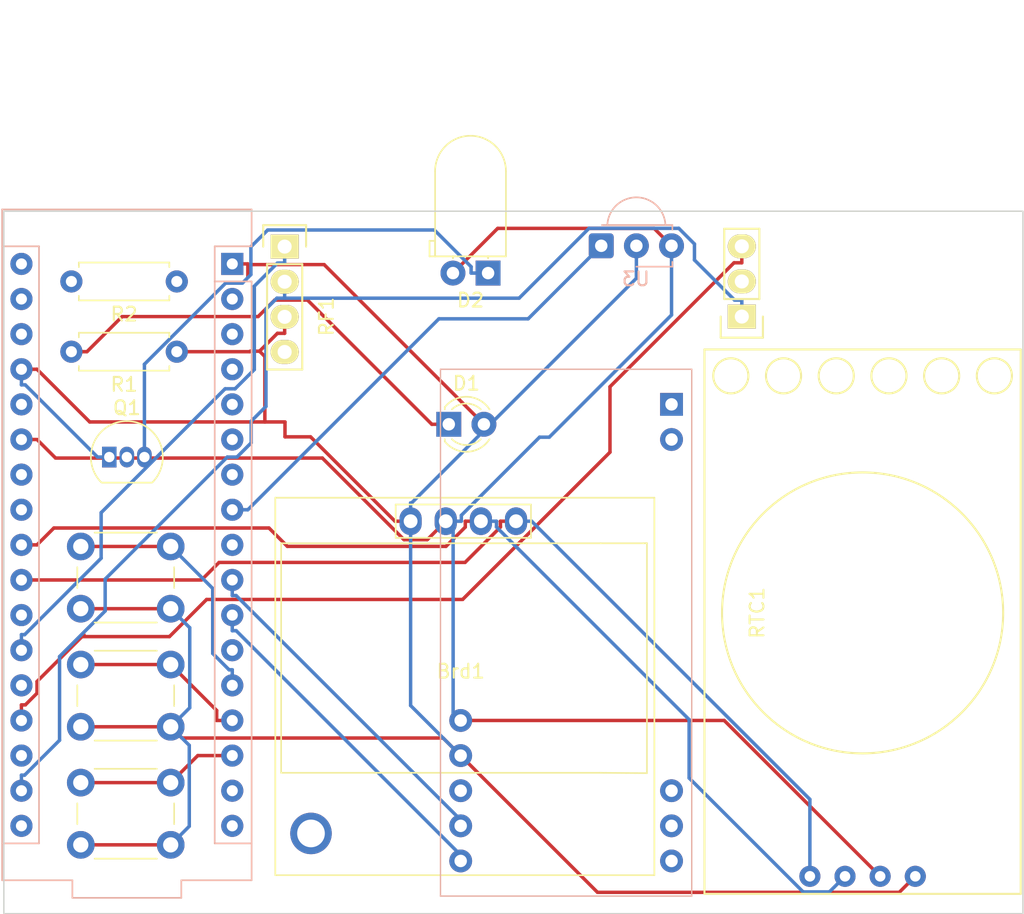
<source format=kicad_pcb>
(kicad_pcb (version 20211014) (generator pcbnew)
  (layers (0 "F.Cu" signal) (31 "B.Cu" signal) (34 "B.Paste" user) (35 "F.Paste" user) (36 "B.SilkS" user "B.Silkscreen") (37 "F.SilkS" user "F.Silkscreen") (38 "B.Mask" user) (39 "F.Mask" user) (44 "Edge.Cuts" user))
  (net 0 "")
  (net 1 "A4")
  (net 2 "A5")
  (net 3 "GND")
  (net 4 "+5V")
  (net 5 "Net-(D1-Pad1)")
  (net 6 "D16")
  (net 7 "Net-(D2-Pad1)")
  (net 8 "Net-(Q1-Pad2)")
  (net 9 "D15")
  (net 10 "A2")
  (net 11 "+3.3V")
  (net 13 "A0")
  (net 14 "D8")
  (net 15 "D9")
  (net 16 "D10")
  (net 27 "D3")
  (net 30 "D5")
  (net 31 "D6")
  (net 46 "Net-(R2-Pad1)")
  (footprint "LED_THT:LED_D3.0mm" (layer "F.Cu") (at 32.1594 15.4093)
    (fp_text reference "D1" (at 1.27 -2.96) (layer "F.SilkS"))
    (fp_text value "LED")
    (fp_line (start -0.29 -1.236) (end -0.29 -1.08) (layer "F.SilkS") (width 0.12))
    (fp_line (start -0.29 1.08) (end -0.29 1.236) (layer "F.SilkS") (width 0.12))
    (fp_arc (start 2.31113 1.079837) (mid 1.270117 1.5) (end 0.229039 1.08) (layer "F.SilkS") (width 0.12))
    (fp_arc (start 2.942335 1.078608) (mid 1.366487 1.987659) (end -0.29 1.235516) (layer "F.SilkS") (width 0.12))
    (fp_arc (start 0.229039 -1.08) (mid 1.270117 -1.5) (end 2.31113 -1.079837) (layer "F.SilkS") (width 0.12))
    (fp_arc (start -0.29 -1.235516) (mid 1.366487 -1.987659) (end 2.942335 -1.078608) (layer "F.SilkS") (width 0.12))
    (pad "1" thru_hole rect (at 0 0) (size 1.8 1.8) (drill 0.9) (layers *.Cu *.Mask) (net 5 "Net-(D1-Pad1)"))
    (pad "2" thru_hole circle (at 2.54 0) (size 1.8 1.8) (drill 0.9) (layers *.Cu *.Mask) (net 6 "D16"))
  )
  (footprint "LED_THT:LED_D5.0mm_Horizontal_O1.27mm_Z3.0mm" (layer "F.Cu") (at 35 4.475 180)
    (fp_text reference "D2" (at 1.27 -1.96) (layer "F.SilkS"))
    (fp_text value "IR_TRANSMITTER_LED")
    (fp_line (start -1.29 1.21) (end 3.83 1.21) (layer "F.SilkS") (width 0.12))
    (fp_line (start 0 1.21) (end 0 1.21) (layer "F.SilkS") (width 0.12))
    (fp_line (start 0 1.08) (end 0 1.21) (layer "F.SilkS") (width 0.12))
    (fp_line (start 3.83 2.33) (end 3.83 1.21) (layer "F.SilkS") (width 0.12))
    (fp_line (start -1.29 1.21) (end -1.29 7.37) (layer "F.SilkS") (width 0.12))
    (fp_line (start 3.83 1.21) (end 3.83 7.37) (layer "F.SilkS") (width 0.12))
    (fp_line (start 2.54 1.08) (end 2.54 1.21) (layer "F.SilkS") (width 0.12))
    (fp_line (start 2.54 1.08) (end 2.54 1.08) (layer "F.SilkS") (width 0.12))
    (fp_line (start 0 1.08) (end 0 1.08) (layer "F.SilkS") (width 0.12))
    (fp_line (start 4.23 1.21) (end 4.23 2.33) (layer "F.SilkS") (width 0.12))
    (fp_line (start 3.83 1.21) (end 4.23 1.21) (layer "F.SilkS") (width 0.12))
    (fp_line (start 2.54 1.21) (end 2.54 1.21) (layer "F.SilkS") (width 0.12))
    (fp_line (start 0 1.21) (end 0 1.08) (layer "F.SilkS") (width 0.12))
    (fp_line (start 2.54 1.21) (end 2.54 1.08) (layer "F.SilkS") (width 0.12))
    (fp_line (start 4.23 2.33) (end 3.83 2.33) (layer "F.SilkS") (width 0.12))
    (fp_arc (start 3.83 7.37) (mid 1.27 9.93) (end -1.29 7.37) (layer "F.SilkS") (width 0.12))
    (pad "1" thru_hole rect (at 0 0 180) (size 1.8 1.8) (drill 0.9) (layers *.Cu *.Mask) (net 7 "Net-(D2-Pad1)"))
    (pad "2" thru_hole circle (at 2.54 0 180) (size 1.8 1.8) (drill 0.9) (layers *.Cu *.Mask) (net 4 "+5V"))
  )
  (footprint "Resistor_THT:R_Axial_DIN0207_L6.3mm_D2.5mm_P7.62mm_Horizontal" (layer "F.Cu") (at 12.5 5.08 180)
    (fp_text reference "R2" (at 3.81 -2.37) (layer "F.SilkS"))
    (fp_text value "470")
    (fp_line (start 0.54 1.37) (end 7.08 1.37) (layer "F.SilkS") (width 0.12))
    (fp_line (start 7.08 -1.37) (end 7.08 -1.04) (layer "F.SilkS") (width 0.12))
    (fp_line (start 0.54 -1.04) (end 0.54 -1.37) (layer "F.SilkS") (width 0.12))
    (fp_line (start 7.08 1.37) (end 7.08 1.04) (layer "F.SilkS") (width 0.12))
    (fp_line (start 0.54 1.04) (end 0.54 1.37) (layer "F.SilkS") (width 0.12))
    (fp_line (start 0.54 -1.37) (end 7.08 -1.37) (layer "F.SilkS") (width 0.12))
    (pad "1" thru_hole circle (at 0 0 180) (size 1.6 1.6) (drill 0.8) (layers *.Cu *.Mask) (net 46 "Net-(R2-Pad1)"))
    (pad "2" thru_hole oval (at 7.62 0 180) (size 1.6 1.6) (drill 0.8) (layers *.Cu *.Mask) (net 9 "D15"))
  )
  (footprint "Sensors:RF_Transmitter_433_MHz" (layer "F.Cu") (at 53.34 5.08 90)
    (fp_text reference "RF2" hide)
    (fp_text value "RF_Receiver_433_MHz" hide)
    (fp_line (start 3.81 -1.27) (end 3.81 1.27) (layer "F.SilkS") (width 0.15))
    (fp_line (start -1.27 1.27) (end -1.27 -1.27) (layer "F.SilkS") (width 0.15))
    (fp_line (start -4.064 -1.524) (end -4.064 1.524) (layer "F.SilkS") (width 0.15))
    (fp_line (start -4.064 1.524) (end -2.54 1.524) (layer "F.SilkS") (width 0.15))
    (fp_line (start 3.81 1.27) (end -1.27 1.27) (layer "F.SilkS") (width 0.15))
    (fp_line (start -2.54 -1.524) (end -4.064 -1.524) (layer "F.SilkS") (width 0.15))
    (fp_line (start -1.27 -1.27) (end 3.81 -1.27) (layer "F.SilkS") (width 0.15))
    (pad "1" thru_hole rect locked (at -2.54 0 180) (size 2.032 1.7272) (drill 1.016) (layers *.Cu *.Mask "F.SilkS") (net 11 "+3.3V"))
    (pad "2" thru_hole oval locked (at 0 0 180) (size 2.032 1.7272) (drill 1.016) (layers *.Cu *.Mask "F.SilkS"))
    (pad "3" thru_hole oval locked (at 2.54 0 180) (size 2.032 1.7272) (drill 1.016) (layers *.Cu *.Mask "F.SilkS") (net 13 "A0"))
  )
  (footprint "Resistor_THT:R_Axial_DIN0207_L6.3mm_D2.5mm_P7.62mm_Horizontal" (layer "F.Cu") (at 12.5 10.16 180)
    (fp_text reference "R1" (at 3.81 -2.37) (layer "F.SilkS"))
    (fp_text value "220")
    (fp_line (start 0.54 -1.37) (end 7.08 -1.37) (layer "F.SilkS") (width 0.12))
    (fp_line (start 0.54 -1.04) (end 0.54 -1.37) (layer "F.SilkS") (width 0.12))
    (fp_line (start 7.08 1.37) (end 7.08 1.04) (layer "F.SilkS") (width 0.12))
    (fp_line (start 7.08 -1.37) (end 7.08 -1.04) (layer "F.SilkS") (width 0.12))
    (fp_line (start 0.54 1.37) (end 7.08 1.37) (layer "F.SilkS") (width 0.12))
    (fp_line (start 0.54 1.04) (end 0.54 1.37) (layer "F.SilkS") (width 0.12))
    (pad "1" thru_hole circle (at 0 0 180) (size 1.6 1.6) (drill 0.8) (layers *.Cu *.Mask) (net 3 "GND"))
    (pad "2" thru_hole oval (at 7.62 0 180) (size 1.6 1.6) (drill 0.8) (layers *.Cu *.Mask) (net 5 "Net-(D1-Pad1)"))
  )
  (footprint "Button_Switch_THT:SW_PUSH_6mm" (layer "F.Cu") (at 5.559 24.2466)
    (fp_text reference "SW1" hide)
    (fp_text value "UP_BUTTON" hide)
    (fp_line (start -0.25 1.5) (end -0.25 3) (layer "F.SilkS") (width 0.12))
    (fp_line (start 5.5 -1) (end 1 -1) (layer "F.SilkS") (width 0.12))
    (fp_line (start 1 5.5) (end 5.5 5.5) (layer "F.SilkS") (width 0.12))
    (fp_line (start 6.75 3) (end 6.75 1.5) (layer "F.SilkS") (width 0.12))
    (pad "1" thru_hole circle (at 6.5 0 90) (size 2 2) (drill 1.1) (layers *.Cu *.Mask) (net 14 "D8"))
    (pad "1" thru_hole circle (at 0 0 90) (size 2 2) (drill 1.1) (layers *.Cu *.Mask) (net 14 "D8"))
    (pad "2" thru_hole circle (at 0 4.5 90) (size 2 2) (drill 1.1) (layers *.Cu *.Mask) (net 3 "GND"))
    (pad "2" thru_hole circle (at 6.5 4.5 90) (size 2 2) (drill 1.1) (layers *.Cu *.Mask) (net 3 "GND"))
  )
  (footprint "Button_Switch_THT:SW_PUSH_6mm" (layer "F.Cu") (at 5.559 41.3246)
    (fp_text reference "SW3" hide)
    (fp_text value "DOWN_BUTTON" hide)
    (fp_line (start -0.25 1.5) (end -0.25 3) (layer "F.SilkS") (width 0.12))
    (fp_line (start 6.75 3) (end 6.75 1.5) (layer "F.SilkS") (width 0.12))
    (fp_line (start 1 5.5) (end 5.5 5.5) (layer "F.SilkS") (width 0.12))
    (fp_line (start 5.5 -1) (end 1 -1) (layer "F.SilkS") (width 0.12))
    (pad "1" thru_hole circle (at 6.5 0 90) (size 2 2) (drill 1.1) (layers *.Cu *.Mask) (net 16 "D10"))
    (pad "1" thru_hole circle (at 0 0 90) (size 2 2) (drill 1.1) (layers *.Cu *.Mask) (net 16 "D10"))
    (pad "2" thru_hole circle (at 0 4.5 90) (size 2 2) (drill 1.1) (layers *.Cu *.Mask) (net 3 "GND"))
    (pad "2" thru_hole circle (at 6.5 4.5 90) (size 2 2) (drill 1.1) (layers *.Cu *.Mask) (net 3 "GND"))
  )
  (footprint "Sensors:RF_Receiver_433_MHz" (layer "F.Cu") (at 20.32 7.62 -90)
    (fp_text reference "RF1" (at 0 -3 90) (layer "F.SilkS"))
    (fp_text value "RF_Transmitter_433_MHz")
    (fp_line (start 3.829293 1.294229) (end 3.829293 -1.245771) (layer "F.SilkS") (width 0.15))
    (fp_line (start -3.790707 -1.245771) (end -3.790707 1.294229) (layer "F.SilkS") (width 0.15))
    (fp_line (start -3.790707 1.294229) (end 3.829293 1.294229) (layer "F.SilkS") (width 0.15))
    (fp_line (start -6.610707 -1.525771) (end -5.060707 -1.525771) (layer "F.SilkS") (width 0.15))
    (fp_line (start -5.060707 1.574229) (end -6.610707 1.574229) (layer "F.SilkS") (width 0.15))
    (fp_line (start -6.610707 1.574229) (end -6.610707 -1.525771) (layer "F.SilkS") (width 0.15))
    (fp_line (start -3.790707 -1.245771) (end 3.829293 -1.245771) (layer "F.SilkS") (width 0.15))
    (pad "1" thru_hole rect locked (at -5.060707 0.024229) (size 2.032 1.7272) (drill 1.016) (layers *.Cu *.Mask "F.SilkS") (net 10 "A2"))
    (pad "2" thru_hole oval locked (at -2.520707 0.024229) (size 2.032 1.7272) (drill 1.016) (layers *.Cu *.Mask "F.SilkS") (net 11 "+3.3V"))
    (pad "3" thru_hole oval locked (at 0.019293 0.024229) (size 2.032 1.7272) (drill 1.016) (layers *.Cu *.Mask "F.SilkS") (net 3 "GND"))
    (pad "4" thru_hole oval locked (at 2.559293 0.024229) (size 2.032 1.7272) (drill 1.016) (layers *.Cu *.Mask "F.SilkS"))
  )
  (footprint "Package_TO_SOT_THT:TO-92_Inline" (layer "F.Cu") (at 7.62 17.78)
    (fp_text reference "Q1" (at 1.27 -3.56) (layer "F.SilkS"))
    (fp_text value "BC547")
    (fp_line (start -0.53 1.85) (end 3.07 1.85) (layer "F.SilkS") (width 0.12))
    (fp_arc (start -0.568478 1.838478) (mid -1.132087 -0.994977) (end 1.27 -2.6) (layer "F.SilkS") (width 0.12))
    (fp_arc (start 1.27 -2.6) (mid 3.672087 -0.994977) (end 3.108478 1.838478) (layer "F.SilkS") (width 0.12))
    (pad "1" thru_hole rect (at 0 0) (size 1.05 1.5) (drill 0.75) (layers *.Cu *.Mask) (net 3 "GND"))
    (pad "2" thru_hole oval (at 1.27 0) (size 1.05 1.5) (drill 0.75) (layers *.Cu *.Mask) (net 8 "Net-(Q1-Pad2)"))
    (pad "3" thru_hole oval (at 2.54 0) (size 1.05 1.5) (drill 0.75) (layers *.Cu *.Mask) (net 7 "Net-(D2-Pad1)"))
  )
  (footprint "SSD1306:128x64OLED" (layer "F.Cu") (at 33.02 33.02)
    (fp_text reference "Brd1" (at 0 0.254) (layer "F.SilkS"))
    (fp_text value "SSD1306")
    (fp_line (start -12.978 -9.005) (end 10.122 -9.005) (layer "F.SilkS") (width 0.12))
    (fp_line (start 14 15) (end -13.4 15) (layer "F.SilkS") (width 0.12))
    (fp_line (start 10.122 7.595) (end 13.462 7.62) (layer "F.SilkS") (width 0.12))
    (fp_line (start -4.699 -11.811) (end -4.699 -9.398) (layer "F.SilkS") (width 0.12))
    (fp_line (start 13.462 7.62) (end 13.462 -9.017) (layer "F.SilkS") (width 0.12))
    (fp_line (start 13.462 -9.017) (end 13.208 -9.005) (layer "F.SilkS") (width 0.12))
    (fp_line (start -13.4 15) (end -13.4 -12.3) (layer "F.SilkS") (width 0.12))
    (fp_line (start -4.699 -11.811) (end 5.08 -11.811) (layer "F.SilkS") (width 0.12))
    (fp_line (start -13.4 -12.3) (end 14 -12.3) (layer "F.SilkS") (width 0.12))
    (fp_line (start 5.08 -11.811) (end 5.08 -9.398) (layer "F.SilkS") (width 0.12))
    (fp_line (start 5.08 -9.398) (end -4.699 -9.398) (layer "F.SilkS") (width 0.12))
    (fp_line (start 10.122 7.595) (end -12.978 7.595) (layer "F.SilkS") (width 0.12))
    (fp_line (start -12.978 7.595) (end -12.978 -9.005) (layer "F.SilkS") (width 0.12))
    (fp_line (start 10.122 -9.005) (end 13.208 -9.005) (layer "F.SilkS") (width 0.12))
    (fp_line (start 14 -12.3) (end 14 15) (layer "F.SilkS") (width 0.12))
    (pad "1" thru_hole oval locked (at -3.62 -10.6 90) (size 2 1.6) (drill 1) (layers *.Cu *.Mask) (net 3 "GND"))
    (pad "2" thru_hole oval locked (at -1.08 -10.6 90) (size 2 1.6) (drill 1) (layers *.Cu *.Mask) (net 4 "+5V"))
    (pad "3" thru_hole oval locked (at 1.46 -10.6 90) (size 2 1.6) (drill 1) (layers *.Cu *.Mask) (net 2 "A5"))
    (pad "4" thru_hole oval locked (at 4 -10.6 90) (size 2 1.6) (drill 1) (layers *.Cu *.Mask) (net 1 "A4"))
  )
  (footprint "Button_Switch_THT:SW_PUSH_6mm" (layer "F.Cu") (at 5.559 32.7856)
    (fp_text reference "SW2" hide)
    (fp_text value "SELECT_BUTTON" hide)
    (fp_line (start 6.75 3) (end 6.75 1.5) (layer "F.SilkS") (width 0.12))
    (fp_line (start 5.5 -1) (end 1 -1) (layer "F.SilkS") (width 0.12))
    (fp_line (start -0.25 1.5) (end -0.25 3) (layer "F.SilkS") (width 0.12))
    (fp_line (start 1 5.5) (end 5.5 5.5) (layer "F.SilkS") (width 0.12))
    (pad "1" thru_hole circle (at 0 0 90) (size 2 2) (drill 1.1) (layers *.Cu *.Mask) (net 15 "D9"))
    (pad "1" thru_hole circle (at 6.5 0 90) (size 2 2) (drill 1.1) (layers *.Cu *.Mask) (net 15 "D9"))
    (pad "2" thru_hole circle (at 6.5 4.5 90) (size 2 2) (drill 1.1) (layers *.Cu *.Mask) (net 3 "GND"))
    (pad "2" thru_hole circle (at 0 4.5 90) (size 2 2) (drill 1.1) (layers *.Cu *.Mask) (net 3 "GND"))
  )
  (footprint "megasaturnv_custom_components:RTC_DS3231" (layer "F.Cu") (at 73.5 10 -90)
    (fp_text reference "RTC1" (at 19.05 19.05 90) (layer "F.SilkS"))
    (fp_text value "RTC_DS3231")
    (fp_line (start 0 0) (end 39.37 0) (layer "F.SilkS") (width 0.15))
    (fp_line (start 39.37 0) (end 39.37 22.86) (layer "F.SilkS") (width 0.15))
    (fp_line (start 0 22.86) (end 39.37 22.86) (layer "F.SilkS") (width 0.15))
    (fp_line (start 0 0) (end 0 22.86) (layer "F.SilkS") (width 0.15))
    (fp_circle (center 1.905 17.145) (end 1.905 15.875) (layer "F.SilkS") (width 0.15) (fill none))
    (fp_circle (center 19.05 11.43) (end 19.05 21.59) (layer "F.SilkS") (width 0.15) (fill none))
    (fp_circle (center 1.905 1.905) (end 1.905 0.635) (layer "F.SilkS") (width 0.15) (fill none))
    (fp_circle (center 1.905 20.955) (end 1.905 19.685) (layer "F.SilkS") (width 0.15) (fill none))
    (fp_circle (center 1.905 5.715) (end 1.905 4.445) (layer "F.SilkS") (width 0.15) (fill none))
    (fp_circle (center 1.905 9.525) (end 1.905 8.255) (layer "F.SilkS") (width 0.15) (fill none))
    (fp_circle (center 1.905 13.335) (end 1.905 12.065) (layer "F.SilkS") (width 0.15) (fill none))
    (pad "1" thru_hole circle locked (at 38.1 7.62 270) (size 1.524 1.524) (drill 0.762) (layers *.Cu *.Mask) (net 3 "GND"))
    (pad "2" thru_hole circle locked (at 38.1 10.16 270) (size 1.524 1.524) (drill 0.762) (layers *.Cu *.Mask) (net 4 "+5V"))
    (pad "3" thru_hole circle locked (at 38.1 12.7 270) (size 1.524 1.524) (drill 0.762) (layers *.Cu *.Mask) (net 2 "A5"))
    (pad "4" thru_hole circle locked (at 38.1 15.24 270) (size 1.524 1.524) (drill 0.762) (layers *.Cu *.Mask) (net 1 "A4"))
  )
  (footprint "OptoDevice:Vishay_MINICAST-3Pin" (layer "B.Cu") (at 43.18 2.5)
    (fp_text reference "U3" (at 2.5 2.4) (layer "B.SilkS") (effects (justify mirror)))
    (fp_text value "VS1838B" hide)
    (fp_line (start 5.14 -1.16) (end 5.14 -1.5) (layer "B.SilkS") (width 0.12))
    (fp_line (start 5.14 -1.5) (end 0.05 -1.5) (layer "B.SilkS") (width 0.12))
    (fp_line (start 5.14 1.16) (end 5.14 1.51) (layer "B.SilkS") (width 0.12))
    (fp_line (start 5.14 1.51) (end 2.54 1.51) (layer "B.SilkS") (width 0.12))
    (fp_arc (start 0.440083 -1.501736) (mid 2.540869 -3.50238) (end 4.64 -1.5) (layer "B.SilkS") (width 0.12))
    (pad "1" thru_hole roundrect (at 0 0) (size 1.8 1.8) (drill 0.9) (layers *.Cu *.Mask) (roundrect_rratio 0.139) (net 27 "D3"))
    (pad "2" thru_hole circle (at 2.54 0) (size 1.8 1.8) (drill 0.9) (layers *.Cu *.Mask) (net 3 "GND"))
    (pad "3" thru_hole circle (at 5.08 0) (size 1.8 1.8) (drill 0.9) (layers *.Cu *.Mask) (net 4 "+5V"))
  )
  (footprint "Arduino:Arduino_Micro" (layer "B.Cu") (at 16.51 3.81 180)
    (fp_text reference "U1" hide)
    (fp_text value "Arduino_Micro")
    (fp_line (start 11.557 -44.577) (end 16.637 -44.577) (layer "B.SilkS") (width 0.12))
    (fp_line (start 11.557 -44.577) (end 11.557 -45.847) (layer "B.SilkS") (width 0.12))
    (fp_line (start 13.97 -41.91) (end 16.637 -41.91) (layer "B.SilkS") (width 0.12))
    (fp_line (start 1.27 -1.27) (end 1.27 1.27) (layer "B.SilkS") (width 0.12))
    (fp_line (start -1.397 -1.27) (end -1.397 -44.577) (layer "B.SilkS") (width 0.12))
    (fp_line (start 3.683 -45.847) (end 11.557 -45.847) (layer "B.SilkS") (width 0.12))
    (fp_line (start 16.637 3.937) (end -1.397 3.937) (layer "B.SilkS") (width 0.12))
    (fp_line (start 1.27 1.27) (end -1.397 1.27) (layer "B.SilkS") (width 0.12))
    (fp_line (start -1.397 -44.577) (end 3.683 -44.577) (layer "B.SilkS") (width 0.12))
    (fp_line (start 16.637 -44.577) (end 16.637 3.937) (layer "B.SilkS") (width 0.12))
    (fp_line (start 3.683 -44.577) (end 3.683 -45.847) (layer "B.SilkS") (width 0.12))
    (fp_line (start 13.97 1.27) (end 16.637 1.27) (layer "B.SilkS") (width 0.12))
    (fp_line (start 1.27 -1.27) (end -1.397 -1.27) (layer "B.SilkS") (width 0.12))
    (fp_line (start 1.27 -1.27) (end 1.27 -41.91) (layer "B.SilkS") (width 0.12))
    (fp_line (start -1.397 3.937) (end -1.397 1.27) (layer "B.SilkS") (width 0.12))
    (fp_line (start 13.97 1.27) (end 13.97 -41.91) (layer "B.SilkS") (width 0.12))
    (fp_line (start 1.27 -41.91) (end -1.397 -41.91) (layer "B.SilkS") (width 0.12))
    (pad "1" thru_hole rect locked (at 0 0 180) (size 1.6 1.6) (drill 0.8) (layers *.Cu *.Mask) (net 6 "D16"))
    (pad "2" thru_hole oval locked (at 0 -2.54 180) (size 1.6 1.6) (drill 0.8) (layers *.Cu *.Mask))
    (pad "3" thru_hole oval locked (at 0 -5.08 180) (size 1.6 1.6) (drill 0.8) (layers *.Cu *.Mask))
    (pad "4" thru_hole oval locked (at 0 -7.62 180) (size 1.6 1.6) (drill 0.8) (layers *.Cu *.Mask))
    (pad "5" thru_hole oval locked (at 0 -10.16 180) (size 1.6 1.6) (drill 0.8) (layers *.Cu *.Mask))
    (pad "6" thru_hole oval locked (at 0 -12.7 180) (size 1.6 1.6) (drill 0.8) (layers *.Cu *.Mask))
    (pad "7" thru_hole oval locked (at 0 -15.24 180) (size 1.6 1.6) (drill 0.8) (layers *.Cu *.Mask))
    (pad "8" thru_hole oval locked (at 0 -17.78 180) (size 1.6 1.6) (drill 0.8) (layers *.Cu *.Mask) (net 27 "D3"))
    (pad "9" thru_hole oval locked (at 0 -20.32 180) (size 1.6 1.6) (drill 0.8) (layers *.Cu *.Mask))
    (pad "10" thru_hole oval locked (at 0 -22.86 180) (size 1.6 1.6) (drill 0.8) (layers *.Cu *.Mask) (net 30 "D5"))
    (pad "11" thru_hole oval locked (at 0 -25.4 180) (size 1.6 1.6) (drill 0.8) (layers *.Cu *.Mask) (net 31 "D6"))
    (pad "12" thru_hole oval locked (at 0 -27.94 180) (size 1.6 1.6) (drill 0.8) (layers *.Cu *.Mask))
    (pad "13" thru_hole oval locked (at 0 -30.48 180) (size 1.6 1.6) (drill 0.8) (layers *.Cu *.Mask) (net 14 "D8"))
    (pad "14" thru_hole oval locked (at 0 -33.02 180) (size 1.6 1.6) (drill 0.8) (layers *.Cu *.Mask) (net 15 "D9"))
    (pad "15" thru_hole oval locked (at 0 -35.56 180) (size 1.6 1.6) (drill 0.8) (layers *.Cu *.Mask) (net 16 "D10"))
    (pad "16" thru_hole oval locked (at 0 -38.1 180) (size 1.6 1.6) (drill 0.8) (layers *.Cu *.Mask))
    (pad "17" thru_hole oval locked (at 0 -40.64 180) (size 1.6 1.6) (drill 0.8) (layers *.Cu *.Mask))
    (pad "18" thru_hole oval locked (at 15.24 -40.64 180) (size 1.6 1.6) (drill 0.8) (layers *.Cu *.Mask))
    (pad "19" thru_hole oval locked (at 15.24 -38.1 180) (size 1.6 1.6) (drill 0.8) (layers *.Cu *.Mask) (net 11 "+3.3V"))
    (pad "20" thru_hole oval locked (at 15.24 -35.56 180) (size 1.6 1.6) (drill 0.8) (layers *.Cu *.Mask))
    (pad "21" thru_hole oval locked (at 15.24 -33.02 180) (size 1.6 1.6) (drill 0.8) (layers *.Cu *.Mask) (net 13 "A0"))
    (pad "22" thru_hole oval locked (at 15.24 -30.48 180) (size 1.6 1.6) (drill 0.8) (layers *.Cu *.Mask))
    (pad "23" thru_hole oval locked (at 15.24 -27.94 180) (size 1.6 1.6) (drill 0.8) (layers *.Cu *.Mask) (net 10 "A2"))
    (pad "24" thru_hole oval locked (at 15.24 -25.4 180) (size 1.6 1.6) (drill 0.8) (layers *.Cu *.Mask))
    (pad "25" thru_hole oval locked (at 15.24 -22.86 180) (size 1.6 1.6) (drill 0.8) (layers *.Cu *.Mask) (net 1 "A4"))
    (pad "26" thru_hole oval locked (at 15.24 -20.32 180) (size 1.6 1.6) (drill 0.8) (layers *.Cu *.Mask) (net 2 "A5"))
    (pad "27" thru_hole oval locked (at 15.24 -17.78 180) (size 1.6 1.6) (drill 0.8) (layers *.Cu *.Mask))
    (pad "28" thru_hole oval locked (at 15.24 -15.24 180) (size 1.6 1.6) (drill 0.8) (layers *.Cu *.Mask))
    (pad "29" thru_hole oval locked (at 15.24 -12.7 180) (size 1.6 1.6) (drill 0.8) (layers *.Cu *.Mask) (net 4 "+5V"))
    (pad "30" thru_hole oval locked (at 15.24 -10.16 180) (size 1.6 1.6) (drill 0.8) (layers *.Cu *.Mask))
    (pad "31" thru_hole oval locked (at 15.24 -7.62 180) (size 1.6 1.6) (drill 0.8) (layers *.Cu *.Mask) (net 3 "GND"))
    (pad "32" thru_hole oval locked (at 15.24 -5.08 180) (size 1.6 1.6) (drill 0.8) (layers *.Cu *.Mask))
    (pad "33" thru_hole oval locked (at 15.24 -2.54 180) (size 1.6 1.6) (drill 0.8) (layers *.Cu *.Mask))
    (pad "34" thru_hole oval locked (at 15.24 0 180) (size 1.6 1.6) (drill 0.8) (layers *.Cu *.Mask))
  )
  (footprint "gtrzps:RDM6300_B38.5x18.2mm" (layer "B.Cu") (at 48.26 13.97 -90)
    (fp_text reference "U2" hide)
    (fp_text value "RDM6300")
    (fp_line (start -2.54 -1.4605) (end 35.56 -1.4605) (layer "B.SilkS") (width 0.1))
    (fp_line (start 35.56 16.7005) (end -2.54 16.7005) (layer "B.SilkS") (width 0.1))
    (fp_line (start 35.56 -1.4605) (end 35.56 16.7005) (layer "B.SilkS") (width 0.1))
    (fp_line (start -2.54 16.7005) (end -2.54 -1.4605) (layer "B.SilkS") (width 0.1))
    (pad "1" thru_hole rect locked (at 0 0 270) (size 1.65 1.65) (drill 0.9) (layers *.Cu *.Mask))
    (pad "2" thru_hole circle locked (at 2.54 0 270) (size 1.65 1.65) (drill 0.9) (layers *.Cu *.Mask))
    (pad "3" thru_hole circle locked (at 27.94 0 270) (size 1.65 1.65) (drill 0.9) (layers *.Cu *.Mask))
    (pad "4" thru_hole circle locked (at 30.48 0 270) (size 1.65 1.65) (drill 0.9) (layers *.Cu *.Mask))
    (pad "5" thru_hole circle locked (at 33.02 0 270) (size 1.65 1.65) (drill 0.9) (layers *.Cu *.Mask))
    (pad "6" thru_hole circle locked (at 33.02 15.24 270) (size 1.65 1.65) (drill 0.9) (layers *.Cu *.Mask) (net 31 "D6"))
    (pad "7" thru_hole circle locked (at 30.48 15.24 270) (size 1.65 1.65) (drill 0.9) (layers *.Cu *.Mask) (net 30 "D5"))
    (pad "8" thru_hole circle locked (at 27.94 15.24 270) (size 1.65 1.65) (drill 0.9) (layers *.Cu *.Mask))
    (pad "9" thru_hole circle locked (at 25.4 15.24 270) (size 1.65 1.65) (drill 0.9) (layers *.Cu *.Mask) (net 3 "GND"))
    (pad "10" thru_hole circle locked (at 22.86 15.24 270) (size 1.65 1.65) (drill 0.9) (layers *.Cu *.Mask) (net 4 "+5V"))
  )
  (gr_rect (start 0 0) (end 73.66 50.8) (layer "Edge.Cuts") (width 0.1) (fill none))
  (via (at 22.2 45) (size 3) (drill 2) (layers "F.Cu" "B.Cu") (net 0))
  (segment (start 35.8931 22.42) (end 35.8931 22.8426) (width 0.25) (layer "F.Cu") (net 1))
  (segment (start 37.02 22.42) (end 35.8931 22.42) (width 0.25) (layer "F.Cu") (net 1))
  (segment (start 35.8931 22.8426) (end 33.3357 25.4) (width 0.25) (layer "F.Cu") (net 1))
  (segment (start 14.2866 26.67) (end 1.27 26.67) (width 0.25) (layer "F.Cu") (net 1))
  (segment (start 15.5566 25.4) (end 14.2866 26.67) (width 0.25) (layer "F.Cu") (net 1))
  (segment (start 33.3357 25.4) (end 15.5566 25.4) (width 0.25) (layer "F.Cu") (net 1))
  (segment (start 38.1469 22.42) (end 58.26 42.5331) (width 0.25) (layer "B.Cu") (net 1))
  (segment (start 37.02 22.42) (end 38.1469 22.42) (width 0.25) (layer "B.Cu") (net 1))
  (segment (start 58.26 42.5331) (end 58.26 48.1) (width 0.25) (layer "B.Cu") (net 1))
  (segment (start 3.6167 22.9102) (end 2.3969 24.13) (width 0.25) (layer "F.Cu") (net 2))
  (segment (start 34.48 22.42) (end 33.3531 22.42) (width 0.25) (layer "F.Cu") (net 2))
  (segment (start 19.1629 22.9102) (end 3.6167 22.9102) (width 0.25) (layer "F.Cu") (net 2))
  (segment (start 33.3531 22.42) (end 33.3531 22.8426) (width 0.25) (layer "F.Cu") (net 2))
  (segment (start 2.3969 24.13) (end 1.27 24.13) (width 0.25) (layer "F.Cu") (net 2))
  (segment (start 33.3531 22.8426) (end 31.9578 24.2379) (width 0.25) (layer "F.Cu") (net 2))
  (segment (start 20.4906 24.2379) (end 19.1629 22.9102) (width 0.25) (layer "F.Cu") (net 2))
  (segment (start 31.9578 24.2379) (end 20.4906 24.2379) (width 0.25) (layer "F.Cu") (net 2))
  (segment (start 49.5308 36.7665) (end 35.6069 22.8426) (width 0.25) (layer "B.Cu") (net 2))
  (segment (start 60.8 48.1) (end 59.6712 49.2288) (width 0.25) (layer "B.Cu") (net 2))
  (segment (start 35.6069 22.42) (end 34.48 22.42) (width 0.25) (layer "B.Cu") (net 2))
  (segment (start 49.5308 40.9898) (end 49.5308 36.7665) (width 0.25) (layer "B.Cu") (net 2))
  (segment (start 59.6712 49.2288) (end 57.7698 49.2288) (width 0.25) (layer "B.Cu") (net 2))
  (segment (start 57.7698 49.2288) (end 49.5308 40.9898) (width 0.25) (layer "B.Cu") (net 2))
  (segment (start 35.6069 22.8426) (end 35.6069 22.42) (width 0.25) (layer "B.Cu") (net 2))
  (segment (start 18.4799 10.1249) (end 17.8102 10.1249) (width 0.25) (layer "F.Cu") (net 3))
  (segment (start 5.559 37.2856) (end 12.059 37.2856) (width 0.25) (layer "F.Cu") (net 3))
  (segment (start 17.7751 10.16) (end 12.5 10.16) (width 0.25) (layer "F.Cu") (net 3))
  (segment (start 28.2731 22.42) (end 29.4 22.42) (width 0.25) (layer "F.Cu") (net 3))
  (segment (start 12.059 28.7466) (end 5.559 28.7466) (width 0.25) (layer "F.Cu") (net 3))
  (segment (start 19.775 8.8298) (end 20.2958 8.8298) (width 0.25) (layer "F.Cu") (net 3))
  (segment (start 18.8651 10.5102) (end 18.4799 10.1249) (width 0.25) (layer "F.Cu") (net 3))
  (segment (start 18.8651 15.24) (end 18.8651 10.5102) (width 0.25) (layer "F.Cu") (net 3))
  (segment (start 12.8734 38.1) (end 31.75 38.1) (width 0.25) (layer "F.Cu") (net 3))
  (segment (start 42.909 49.259) (end 64.721 49.259) (width 0.25) (layer "F.Cu") (net 3))
  (segment (start 22.17 16.3169) (end 28.2731 22.42) (width 0.25) (layer "F.Cu") (net 3))
  (segment (start 12.059 45.8246) (end 5.559 45.8246) (width 0.25) (layer "F.Cu") (net 3))
  (segment (start 6.2069 15.24) (end 18.8651 15.24) (width 0.25) (layer "F.Cu") (net 3))
  (segment (start 18.4799 10.1249) (end 19.775 8.8298) (width 0.25) (layer "F.Cu") (net 3))
  (segment (start 2.3969 11.43) (end 6.2069 15.24) (width 0.25) (layer "F.Cu") (net 3))
  (segment (start 64.721 49.259) (end 65.88 48.1) (width 0.25) (layer "F.Cu") (net 3))
  (segment (start 12.059 37.2856) (end 12.8734 38.1) (width 0.25) (layer "F.Cu") (net 3))
  (segment (start 33.02 39.37) (end 42.909 49.259) (width 0.25) (layer "F.Cu") (net 3))
  (segment (start 1.27 11.43) (end 2.3969 11.43) (width 0.25) (layer "F.Cu") (net 3))
  (segment (start 20.2958 8.8298) (end 20.2958 7.6393) (width 0.25) (layer "F.Cu") (net 3))
  (segment (start 17.8102 10.1249) (end 17.7751 10.16) (width 0.25) (layer "F.Cu") (net 3))
  (segment (start 20.32 15.24) (end 20.32 16.3169) (width 0.25) (layer "F.Cu") (net 3))
  (segment (start 31.75 38.1) (end 33.02 39.37) (width 0.25) (layer "F.Cu") (net 3))
  (segment (start 20.32 16.3169) (end 22.17 16.3169) (width 0.25) (layer "F.Cu") (net 3))
  (segment (start 18.8651 15.24) (end 20.32 15.24) (width 0.25) (layer "F.Cu") (net 3))
  (segment (start 13.4351 35.9095) (end 13.4351 30.1227) (width 0.25) (layer "B.Cu") (net 3))
  (segment (start 13.4021 44.4815) (end 12.059 45.8246) (width 0.25) (layer "B.Cu") (net 3))
  (segment (start 33.02 39.37) (end 29.4 35.75) (width 0.25) (layer "B.Cu") (net 3))
  (segment (start 1.27 12.5569) (end 1.545 12.5569) (width 0.25) (layer "B.Cu") (net 3))
  (segment (start 6.7681 17.78) (end 7.62 17.78) (width 0.25) (layer "B.Cu") (net 3))
  (segment (start 13.4351 30.1227) (end 12.059 28.7466) (width 0.25) (layer "B.Cu") (net 3))
  (segment (start 13.4021 38.6287) (end 13.4021 44.4815) (width 0.25) (layer "B.Cu") (net 3))
  (segment (start 29.4769 21.0931) (end 29.4 21.0931) (width 0.25) (layer "B.Cu") (net 3))
  (segment (start 45.72 4.85) (end 29.4769 21.0931) (width 0.25) (layer "B.Cu") (net 3))
  (segment (start 12.059 37.2856) (end 13.4351 35.9095) (width 0.25) (layer "B.Cu") (net 3))
  (segment (start 29.4 35.75) (end 29.4 22.42) (width 0.25) (layer "B.Cu") (net 3))
  (segment (start 1.545 12.5569) (end 6.7681 17.78) (width 0.25) (layer "B.Cu") (net 3))
  (segment (start 12.059 37.2856) (end 13.4021 38.6287) (width 0.25) (layer "B.Cu") (net 3))
  (segment (start 45.72 2.5) (end 45.72 4.85) (width 0.25) (layer "B.Cu") (net 3))
  (segment (start 1.27 11.43) (end 1.27 12.5569) (width 0.25) (layer "B.Cu") (net 3))
  (segment (start 29.4 21.0931) (end 29.4 22.42) (width 0.25) (layer "B.Cu") (net 3))
  (segment (start 28.9229 23.7555) (end 30.6045 23.7555) (width 0.25) (layer "F.Cu") (net 4))
  (segment (start 47.0013 1.2413) (end 35.6937 1.2413) (width 0.25) (layer "F.Cu") (net 4))
  (segment (start 3.7393 17.8524) (end 23.0198 17.8524) (width 0.25) (layer "F.Cu") (net 4))
  (segment (start 23.0198 17.8524) (end 28.9229 23.7555) (width 0.25) (layer "F.Cu") (net 4))
  (segment (start 30.6045 23.7555) (end 31.94 22.42) (width 0.25) (layer "F.Cu") (net 4))
  (segment (start 33.02 36.83) (end 52.07 36.83) (width 0.25) (layer "F.Cu") (net 4))
  (segment (start 52.07 36.83) (end 63.34 48.1) (width 0.25) (layer "F.Cu") (net 4))
  (segment (start 1.27 16.51) (end 2.3969 16.51) (width 0.25) (layer "F.Cu") (net 4))
  (segment (start 35.6937 1.2413) (end 32.46 4.475) (width 0.25) (layer "F.Cu") (net 4))
  (segment (start 2.3969 16.51) (end 3.7393 17.8524) (width 0.25) (layer "F.Cu") (net 4))
  (segment (start 48.26 2.5) (end 47.0013 1.2413) (width 0.25) (layer "F.Cu") (net 4))
  (segment (start 48.26 7.5056) (end 48.26 2.5) (width 0.25) (layer "B.Cu") (net 4))
  (segment (start 32.4735 22.42) (end 32.4735 36.2835) (width 0.25) (layer "B.Cu") (net 4))
  (segment (start 33.0669 21.9974) (end 38.7219 16.3424) (width 0.25) (layer "B.Cu") (net 4))
  (segment (start 33.0669 22.42) (end 33.0669 21.9974) (width 0.25) (layer "B.Cu") (net 4))
  (segment (start 38.7219 16.3424) (end 39.4232 16.3424) (width 0.25) (layer "B.Cu") (net 4))
  (segment (start 32.4735 22.42) (end 33.0669 22.42) (width 0.25) (layer "B.Cu") (net 4))
  (segment (start 32.4735 36.2835) (end 33.02 36.83) (width 0.25) (layer "B.Cu") (net 4))
  (segment (start 39.4232 16.3424) (end 48.26 7.5056) (width 0.25) (layer "B.Cu") (net 4))
  (segment (start 31.94 22.42) (end 32.4735 22.42) (width 0.25) (layer "B.Cu") (net 4))
  (segment (start 8.5469 7.62) (end 6.0069 10.16) (width 0.25) (layer "F.Cu") (net 5))
  (segment (start 19.5741 6.4256) (end 18.3797 7.62) (width 0.25) (layer "F.Cu") (net 5))
  (segment (start 30.9325 15.4093) (end 21.9488 6.4256) (width 0.25) (layer "F.Cu") (net 5))
  (segment (start 21.9488 6.4256) (end 19.5741 6.4256) (width 0.25) (layer "F.Cu") (net 5))
  (segment (start 4.88 10.16) (end 6.0069 10.16) (width 0.25) (layer "F.Cu") (net 5))
  (segment (start 32.1594 15.4093) (end 30.9325 15.4093) (width 0.25) (layer "F.Cu") (net 5))
  (segment (start 18.3797 7.62) (end 8.5469 7.62) (width 0.25) (layer "F.Cu") (net 5))
  (segment (start 17.6369 3.81) (end 17.6369 3.8601) (width 0.25) (layer "F.Cu") (net 6))
  (segment (start 16.51 3.81) (end 17.6369 3.81) (width 0.25) (layer "F.Cu") (net 6))
  (segment (start 17.6369 3.8601) (end 17.6369 4.796) (width 0.25) (layer "F.Cu") (net 6))
  (segment (start 17.6369 3.8601) (end 23.1502 3.8601) (width 0.25) (layer "F.Cu") (net 6))
  (segment (start 23.1502 3.8601) (end 34.6994 15.4093) (width 0.25) (layer "F.Cu") (net 6))
  (segment (start 19.0727 1.3583) (end 17.8561 2.5749) (width 0.25) (layer "B.Cu") (net 7))
  (segment (start 17.2394 5.1994) (end 16.0309 5.1994) (width 0.25) (layer "B.Cu") (net 7))
  (segment (start 33.7731 4.0149) (end 31.1165 1.3583) (width 0.25) (layer "B.Cu") (net 7))
  (segment (start 33.7731 4.475) (end 33.7731 4.0149) (width 0.25) (layer "B.Cu") (net 7))
  (segment (start 17.8561 2.5749) (end 17.8561 4.5827) (width 0.25) (layer "B.Cu") (net 7))
  (segment (start 35 4.475) (end 33.7731 4.475) (width 0.25) (layer "B.Cu") (net 7))
  (segment (start 16.0309 5.1994) (end 10.16 11.0703) (width 0.25) (layer "B.Cu") (net 7))
  (segment (start 17.8561 4.5827) (end 17.2394 5.1994) (width 0.25) (layer "B.Cu") (net 7))
  (segment (start 31.1165 1.3583) (end 19.0727 1.3583) (width 0.25) (layer "B.Cu") (net 7))
  (segment (start 10.16 11.0703) (end 10.16 17.78) (width 0.25) (layer "B.Cu") (net 7))
  (segment (start 19.775 3.7498) (end 20.2958 3.7498) (width 0.25) (layer "B.Cu") (net 10))
  (segment (start 7.0315 21.8034) (end 15.9918 12.8431) (width 0.25) (layer "B.Cu") (net 10))
  (segment (start 18.1046 5.4202) (end 19.775 3.7498) (width 0.25) (layer "B.Cu") (net 10))
  (segment (start 1.5035 30.6231) (end 7.0315 25.0951) (width 0.25) (layer "B.Cu") (net 10))
  (segment (start 1.27 30.6231) (end 1.5035 30.6231) (width 0.25) (layer "B.Cu") (net 10))
  (segment (start 1.27 31.75) (end 1.27 30.6231) (width 0.25) (layer "B.Cu") (net 10))
  (segment (start 16.7131 12.8431) (end 18.1046 11.4516) (width 0.25) (layer "B.Cu") (net 10))
  (segment (start 20.2958 3.7498) (end 20.2958 2.5593) (width 0.25) (layer "B.Cu") (net 10))
  (segment (start 15.9918 12.8431) (end 16.7131 12.8431) (width 0.25) (layer "B.Cu") (net 10))
  (segment (start 18.1046 11.4516) (end 18.1046 5.4202) (width 0.25) (layer "B.Cu") (net 10))
  (segment (start 7.0315 25.0951) (end 7.0315 21.8034) (width 0.25) (layer "B.Cu") (net 10))
  (segment (start 7.3226 26.6061) (end 16.1487 17.78) (width 0.25) (layer "B.Cu") (net 11))
  (segment (start 49.9173 3.5276) (end 49.9173 2.37) (width 0.25) (layer "B.Cu") (net 11))
  (segment (start 20.2958 5.0993) (end 20.2958 6.2898) (width 0.25) (layer "B.Cu") (net 11))
  (segment (start 42.293 1.2381) (end 37.2413 6.2898) (width 0.25) (layer "B.Cu") (net 11))
  (segment (start 7.3226 28.9107) (end 7.3226 26.6061) (width 0.25) (layer "B.Cu") (net 11))
  (segment (start 52.8192 6.4295) (end 49.9173 3.5276) (width 0.25) (layer "B.Cu") (net 11))
  (segment (start 17.8778 16.75) (end 17.8778 15.1857) (width 0.25) (layer "B.Cu") (net 11))
  (segment (start 18.9448 14.1187) (end 18.9448 7.0758) (width 0.25) (layer "B.Cu") (net 11))
  (segment (start 1.5035 40.7831) (end 4.0253 38.2613) (width 0.25) (layer "B.Cu") (net 11))
  (segment (start 18.9448 7.0758) (end 19.7308 6.2898) (width 0.25) (layer "B.Cu") (net 11))
  (segment (start 4.0253 38.2613) (end 4.0253 32.208) (width 0.25) (layer "B.Cu") (net 11))
  (segment (start 53.34 6.4295) (end 52.8192 6.4295) (width 0.25) (layer "B.Cu") (net 11))
  (segment (start 48.7854 1.2381) (end 42.293 1.2381) (width 0.25) (layer "B.Cu") (net 11))
  (segment (start 1.27 40.7831) (end 1.5035 40.7831) (width 0.25) (layer "B.Cu") (net 11))
  (segment (start 1.27 41.91) (end 1.27 40.7831) (width 0.25) (layer "B.Cu") (net 11))
  (segment (start 4.0253 32.208) (end 7.3226 28.9107) (width 0.25) (layer "B.Cu") (net 11))
  (segment (start 49.9173 2.37) (end 48.7854 1.2381) (width 0.25) (layer "B.Cu") (net 11))
  (segment (start 17.8778 15.1857) (end 18.9448 14.1187) (width 0.25) (layer "B.Cu") (net 11))
  (segment (start 16.1487 17.78) (end 16.8478 17.78) (width 0.25) (layer "B.Cu") (net 11))
  (segment (start 37.2413 6.2898) (end 20.2958 6.2898) (width 0.25) (layer "B.Cu") (net 11))
  (segment (start 16.8478 17.78) (end 17.8778 16.75) (width 0.25) (layer "B.Cu") (net 11))
  (segment (start 19.7308 6.2898) (end 20.2958 6.2898) (width 0.25) (layer "B.Cu") (net 11))
  (segment (start 53.34 7.62) (end 53.34 6.4295) (width 0.25) (layer "B.Cu") (net 11))
  (segment (start 1.27 36.83) (end 1.27 35.7031) (width 0.25) (layer "F.Cu") (net 13))
  (segment (start 14.6531 28.0796) (end 11.9666 30.7661) (width 0.25) (layer "F.Cu") (net 13))
  (segment (start 2.3969 34.858) (end 2.3969 34.0139) (width 0.25) (layer "F.Cu") (net 13))
  (segment (start 33.1581 28.0796) (end 14.6531 28.0796) (width 0.25) (layer "F.Cu") (net 13))
  (segment (start 43.8111 17.4266) (end 33.1581 28.0796) (width 0.25) (layer "F.Cu") (net 13))
  (segment (start 52.775 3.7305) (end 43.8111 12.6944) (width 0.25) (layer "F.Cu") (net 13))
  (segment (start 53.34 2.54) (end 53.34 3.7305) (width 0.25) (layer "F.Cu") (net 13))
  (segment (start 53.34 3.7305) (end 52.775 3.7305) (width 0.25) (layer "F.Cu") (net 13))
  (segment (start 1.27 35.7031) (end 1.5518 35.7031) (width 0.25) (layer "F.Cu") (net 13))
  (segment (start 43.8111 12.6944) (end 43.8111 17.4266) (width 0.25) (layer "F.Cu") (net 13))
  (segment (start 2.3969 34.0139) (end 5.6447 30.7661) (width 0.25) (layer "F.Cu") (net 13))
  (segment (start 11.9666 30.7661) (end 5.6447 30.7661) (width 0.25) (layer "F.Cu") (net 13))
  (segment (start 1.5518 35.7031) (end 2.3969 34.858) (width 0.25) (layer "F.Cu") (net 13))
  (segment (start 5.6447 30.7661) (end 5.7896 30.6212) (width 0.25) (layer "F.Cu") (net 13))
  (segment (start 12.059 24.2466) (end 5.559 24.2466) (width 0.25) (layer "F.Cu") (net 14))
  (segment (start 12.059 24.2466) (end 15.0954 27.283) (width 0.25) (layer "B.Cu") (net 14))
  (segment (start 16.2765 33.1631) (end 16.51 33.1631) (width 0.25) (layer "B.Cu") (net 14))
  (segment (start 15.0954 31.982) (end 16.2765 33.1631) (width 0.25) (layer "B.Cu") (net 14))
  (segment (start 16.51 33.1631) (end 16.51 34.29) (width 0.25) (layer "B.Cu") (net 14))
  (segment (start 15.0954 27.283) (end 15.0954 31.982) (width 0.25) (layer "B.Cu") (net 14))
  (segment (start 15.3831 36.83) (end 15.3831 36.1097) (width 0.25) (layer "F.Cu") (net 15))
  (segment (start 5.559 32.7856) (end 12.059 32.7856) (width 0.25) (layer "F.Cu") (net 15))
  (segment (start 16.51 36.83) (end 15.3831 36.83) (width 0.25) (layer "F.Cu") (net 15))
  (segment (start 15.3831 36.1097) (end 12.059 32.7856) (width 0.25) (layer "F.Cu") (net 15))
  (segment (start 5.559 41.3246) (end 12.059 41.3246) (width 0.25) (layer "F.Cu") (net 16))
  (segment (start 14.0136 39.37) (end 16.51 39.37) (width 0.25) (layer "F.Cu") (net 16))
  (segment (start 12.059 41.3246) (end 14.0136 39.37) (width 0.25) (layer "F.Cu") (net 16))
  (segment (start 31.445 7.7819) (end 37.8981 7.7819) (width 0.25) (layer "B.Cu") (net 27))
  (segment (start 37.8981 7.7819) (end 43.18 2.5) (width 0.25) (layer "B.Cu") (net 27))
  (segment (start 17.6369 21.59) (end 31.445 7.7819) (width 0.25) (layer "B.Cu") (net 27))
  (segment (start 16.51 21.59) (end 17.6369 21.59) (width 0.25) (layer "B.Cu") (net 27))
  (segment (start 16.51 27.7969) (end 16.7918 27.7969) (width 0.25) (layer "B.Cu") (net 30))
  (segment (start 16.51 26.67) (end 16.51 27.7969) (width 0.25) (layer "B.Cu") (net 30))
  (segment (start 33.02 44.0251) (end 33.02 44.45) (width 0.25) (layer "B.Cu") (net 30))
  (segment (start 16.7918 27.7969) (end 33.02 44.0251) (width 0.25) (layer "B.Cu") (net 30))
  (segment (start 16.7918 30.3369) (end 33.02 46.5651) (width 0.25) (layer "B.Cu") (net 31))
  (segment (start 33.02 46.5651) (end 33.02 46.99) (width 0.25) (layer "B.Cu") (net 31))
  (segment (start 16.51 30.3369) (end 16.7918 30.3369) (width 0.25) (layer "B.Cu") (net 31))
  (segment (start 16.51 29.21) (end 16.51 30.3369) (width 0.25) (layer "B.Cu") (net 31))
)
</source>
